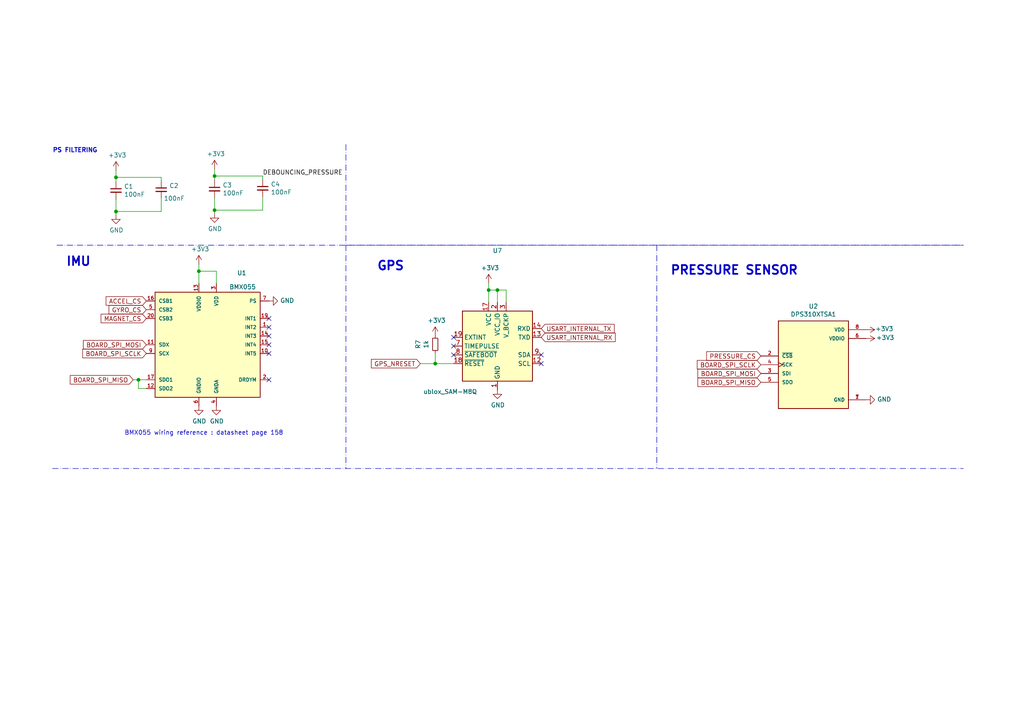
<source format=kicad_sch>
(kicad_sch (version 20230121) (generator eeschema)
  (paper "A4")
  (lib_symbols
    (symbol "0_fcs-rescue:BMX055-Sensor_Magnetic" (pin_names (offset 1.016))
      (property "Reference" "U" (at -15.24 17.78 0))
      (property "Value" "Sensor_Magnetic_BMX055" (at -15.2654 -17.8054 0))
      (symbol "BMX055-Sensor_Magnetic_0_0"
        (rectangle (start -15.24 -15.24) (end 15.24 15.24) (stroke (width 0.254)) (fill (type background)))
        (pin bidirectional line (at 17.78 5.08 180) (length 2.54) (name "INT2") (number "1"))
        (pin bidirectional line (at 17.78 -2.54 180) (length 2.54) (name "INT5") (number "10"))
        (pin bidirectional line (at -17.78 0 0) (length 2.54) (name "SDX") (number "11"))
        (pin bidirectional line (at -17.78 -12.7 0) (length 2.54) (name "SDO2") (number "12"))
        (pin bidirectional line (at -2.54 17.78 270) (length 2.54) (name "VDDIO") (number "13"))
        (pin bidirectional line (at 17.78 2.54 180) (length 2.54) (name "INT3") (number "14"))
        (pin bidirectional line (at 17.78 0 180) (length 2.54) (name "INT4") (number "15"))
        (pin bidirectional line (at -17.78 12.7 0) (length 2.54) (name "CSB1") (number "16"))
        (pin bidirectional line (at -17.78 -10.16 0) (length 2.54) (name "SDO1") (number "17"))
        (pin bidirectional line (at 17.78 7.62 180) (length 2.54) (name "INT1") (number "19"))
        (pin bidirectional line (at 17.78 -10.16 180) (length 2.54) (name "DRDYM") (number "2"))
        (pin bidirectional line (at -17.78 7.62 0) (length 2.54) (name "CSB3") (number "20"))
        (pin bidirectional line (at 2.54 17.78 270) (length 2.54) (name "VDD") (number "3"))
        (pin bidirectional line (at 2.54 -17.78 90) (length 2.54) (name "GNDA") (number "4"))
        (pin bidirectional line (at -17.78 10.16 0) (length 2.54) (name "CSB2") (number "5"))
        (pin bidirectional line (at -2.54 -17.78 90) (length 2.54) (name "GNDIO") (number "6"))
        (pin bidirectional line (at 17.78 12.7 180) (length 2.54) (name "PS") (number "7"))
        (pin bidirectional line (at -17.78 -2.54 0) (length 2.54) (name "SCX") (number "9"))
      )
    )
    (symbol "0_fcs-rescue:DPS310XTSA1-Sensor_Pressure" (pin_names (offset 1.016))
      (property "Reference" "U" (at -10.16 13.97 0))
      (property "Value" "Sensor_Pressure_DPS310XTSA1" (at -10.16 -13.97 0))
      (symbol "DPS310XTSA1-Sensor_Pressure_0_0"
        (rectangle (start -10.16 -12.7) (end 10.16 12.7) (stroke (width 0.254)) (fill (type background)))
        (pin power_in line (at 15.24 -10.16 180) (length 5.08) (name "GND") (number "1"))
        (pin input line (at -15.24 2.54 0) (length 5.08) (name "~{CSB}") (number "2"))
        (pin bidirectional line (at -15.24 -2.54 0) (length 5.08) (name "SDI") (number "3"))
        (pin input clock (at -15.24 0 0) (length 5.08) (name "SCK") (number "4"))
        (pin output line (at -15.24 -5.08 0) (length 5.08) (name "SDO") (number "5"))
        (pin power_in line (at 15.24 7.62 180) (length 5.08) (name "VDDIO") (number "6"))
        (pin power_in line (at 15.24 -10.16 180) (length 5.08) (name "GND") (number "7"))
        (pin power_in line (at 15.24 10.16 180) (length 5.08) (name "VDD") (number "8"))
      )
    )
    (symbol "0_fcs-rescue:ublox_SAM-M8Q-RF_GPS"
      (property "Reference" "U" (at -8.89 11.43 0))
      (property "Value" "RF_GPS_ublox_SAM-M8Q" (at 11.43 11.43 0))
      (symbol "ublox_SAM-M8Q-RF_GPS_0_1"
        (rectangle (start -10.16 10.16) (end 10.16 -10.16) (stroke (width 0.254)) (fill (type background)))
      )
      (symbol "ublox_SAM-M8Q-RF_GPS_1_1"
        (pin power_in line (at 0 -12.7 90) (length 2.54) (name "GND") (number "1"))
        (pin passive line (at 0 -12.7 90) (length 2.54) hide (name "GND") (number "10"))
        (pin passive line (at 0 -12.7 90) (length 2.54) hide (name "GND") (number "11"))
        (pin input line (at 12.7 -5.08 180) (length 2.54) (name "SCL") (number "12"))
        (pin output line (at 12.7 2.54 180) (length 2.54) (name "TXD") (number "13"))
        (pin input line (at 12.7 5.08 180) (length 2.54) (name "RXD") (number "14"))
        (pin passive line (at 0 -12.7 90) (length 2.54) hide (name "GND") (number "15"))
        (pin passive line (at 0 -12.7 90) (length 2.54) hide (name "GND") (number "16"))
        (pin power_in line (at -2.54 12.7 270) (length 2.54) (name "VCC") (number "17"))
        (pin input line (at -12.7 -5.08 0) (length 2.54) (name "~{RESET}") (number "18"))
        (pin input line (at -12.7 2.54 0) (length 2.54) (name "EXTINT") (number "19"))
        (pin power_in line (at 0 12.7 270) (length 2.54) (name "VCC_IO") (number "2"))
        (pin passive line (at 0 -12.7 90) (length 2.54) hide (name "GND") (number "20"))
        (pin power_in line (at 2.54 12.7 270) (length 2.54) (name "V_BCKP") (number "3"))
        (pin passive line (at 0 -12.7 90) (length 2.54) hide (name "GND") (number "4"))
        (pin passive line (at 0 -12.7 90) (length 2.54) hide (name "GND") (number "5"))
        (pin passive line (at 0 -12.7 90) (length 2.54) hide (name "GND") (number "6"))
        (pin output line (at -12.7 0 0) (length 2.54) (name "TIMEPULSE") (number "7"))
        (pin input line (at -12.7 -2.54 0) (length 2.54) (name "~{SAFEBOOT}") (number "8"))
        (pin bidirectional line (at 12.7 -2.54 180) (length 2.54) (name "SDA") (number "9"))
      )
    )
    (symbol "Device:C_Small" (pin_numbers hide) (pin_names (offset 0.254) hide)
      (property "Reference" "C" (at 0.254 1.778 0))
      (property "Value" "C_Small" (at 0.254 -2.032 0))
      (symbol "C_Small_0_1"
        (polyline (pts (xy -1.524 -0.508) (xy 1.524 -0.508)) (stroke (width 0.3302)))
        (polyline (pts (xy -1.524 0.508) (xy 1.524 0.508)) (stroke (width 0.3048)))
      )
      (symbol "C_Small_1_1"
        (pin passive line (at 0 2.54 270) (length 2.032) (name "~") (number "1"))
        (pin passive line (at 0 -2.54 90) (length 2.032) (name "~") (number "2"))
      )
    )
    (symbol "Device:R_Small" (pin_numbers hide) (pin_names (offset 0.254) hide)
      (property "Reference" "R" (at 0.762 0.508 0))
      (property "Value" "R_Small" (at 0.762 -1.016 0))
      (symbol "R_Small_0_1"
        (rectangle (start -0.762 1.778) (end 0.762 -1.778) (stroke (width 0.2032)))
      )
      (symbol "R_Small_1_1"
        (pin passive line (at 0 2.54 270) (length 0.762) (name "~") (number "1"))
        (pin passive line (at 0 -2.54 90) (length 0.762) (name "~") (number "2"))
      )
    )
    (symbol "power:+3V3" (power) (pin_names (offset 0))
      (property "Value" "+3V3" (at 0 3.556 0))
      (symbol "+3V3_0_1"
        (polyline (pts (xy -0.762 1.27) (xy 0 2.54)))
        (polyline (pts (xy 0 0) (xy 0 2.54)))
        (polyline (pts (xy 0 2.54) (xy 0.762 1.27)))
      )
      (symbol "+3V3_1_1"
        (pin power_in line (at 0 0 90) (length 0) hide (name "+3V3") (number "1"))
      )
    )
    (symbol "power:GND" (power) (pin_names (offset 0))
      (property "Value" "GND" (at 0 -3.81 0))
      (symbol "GND_0_1"
        (polyline (pts (xy 0 0) (xy 0 -1.27) (xy 1.27 -1.27) (xy 0 -2.54) (xy -1.27 -1.27) (xy 0 -1.27)))
      )
      (symbol "GND_1_1"
        (pin power_in line (at 0 0 270) (length 0) hide (name "GND") (number "1"))
      )
    )
  )
  (junction (at 62.23 51.054))
  (junction (at 126.2394 105.4669))
  (junction (at 144.2734 84.1309))
  (junction (at 141.7334 84.1309))
  (junction (at 40.1525 110.1532))
  (junction (at 33.6371 51.4401))
  (junction (at 33.6371 61.3461))
  (junction (at 62.23 60.96))
  (junction (at 57.6785 78.6572))
  (no_connect (at 77.9985 97.4532))
  (no_connect (at 156.9734 105.4669))
  (no_connect (at 156.9734 102.9269))
  (no_connect (at 77.9985 94.9132))
  (no_connect (at 131.5734 97.8469))
  (no_connect (at 77.9985 102.5332))
  (no_connect (at 131.5734 102.9269))
  (no_connect (at 77.9985 99.9932))
  (no_connect (at 77.9985 92.3732))
  (no_connect (at 77.9985 110.1532))
  (no_connect (at 131.5734 100.3869))
  (wire (pts (xy 146.8134 87.6869) (xy 146.8134 84.1309)))
  (wire (pts (xy 46.7651 61.3461) (xy 46.7651 57.5677)))
  (wire (pts (xy 46.7651 52.4877) (xy 46.7651 51.4401)))
  (wire (pts (xy 144.2734 84.1309) (xy 141.7334 84.1309)))
  (wire (pts (xy 76.2 52.07) (xy 76.2 51.054)))
  (wire (pts (xy 126.2394 105.4669) (xy 126.2394 102.4189)))
  (wire (pts (xy 62.23 51.054) (xy 62.23 52.324)))
  (polyline (pts (xy 100.33 71.12) (xy 100.33 135.89)) (stroke (width 0) (type dash_dot)))
  (wire (pts (xy 33.6371 62.3621) (xy 33.6371 61.3461)))
  (wire (pts (xy 33.6371 57.7901) (xy 33.6371 61.3461)))
  (wire (pts (xy 146.8134 84.1309) (xy 144.2734 84.1309)))
  (wire (pts (xy 33.6371 61.3461) (xy 46.7651 61.3461)))
  (polyline (pts (xy 16.51 71.12) (xy 279.4 71.12)) (stroke (width 0) (type dash_dot)))
  (polyline (pts (xy 100.33 41.91) (xy 100.33 71.12)) (stroke (width 0) (type dash_dot)))
  (wire (pts (xy 57.6785 82.2132) (xy 57.6785 78.6572)))
  (wire (pts (xy 57.6785 78.6572) (xy 57.6785 76.6252)))
  (wire (pts (xy 62.23 57.404) (xy 62.23 60.96)))
  (wire (pts (xy 42.4385 112.6932) (xy 40.1525 112.6932)))
  (wire (pts (xy 126.2394 105.4669) (xy 131.5734 105.4669)))
  (wire (pts (xy 141.7334 84.1309) (xy 141.7334 82.0989)))
  (wire (pts (xy 40.1525 110.1532) (xy 42.4385 110.1532)))
  (wire (pts (xy 33.6371 49.4081) (xy 33.6371 51.4401)))
  (wire (pts (xy 141.7334 87.6869) (xy 141.7334 84.1309)))
  (wire (pts (xy 38.6285 110.1532) (xy 40.1525 110.1532)))
  (wire (pts (xy 144.2734 87.6869) (xy 144.2734 84.1309)))
  (wire (pts (xy 62.7585 82.2132) (xy 62.7585 78.6572)))
  (wire (pts (xy 40.1525 112.6932) (xy 40.1525 110.1532)))
  (polyline (pts (xy 15.24 135.89) (xy 279.4 135.89)) (stroke (width 0) (type dash_dot)))
  (polyline (pts (xy 100.33 71.12) (xy 279.4 71.12)) (stroke (width 0) (type dash_dot)))
  (wire (pts (xy 62.7585 78.6572) (xy 57.6785 78.6572)))
  (wire (pts (xy 62.23 61.976) (xy 62.23 60.96)))
  (wire (pts (xy 62.23 49.022) (xy 62.23 51.054)))
  (wire (pts (xy 121.9214 105.4669) (xy 126.2394 105.4669)))
  (wire (pts (xy 76.2 51.054) (xy 62.23 51.054)))
  (wire (pts (xy 33.6371 51.4401) (xy 33.6371 52.7101)))
  (wire (pts (xy 62.23 60.96) (xy 76.2 60.96)))
  (polyline (pts (xy 190.5 71.12) (xy 190.5 135.89)) (stroke (width 0) (type dash_dot)))
  (wire (pts (xy 46.7651 51.4401) (xy 33.6371 51.4401)))
  (wire (pts (xy 76.2 60.96) (xy 76.2 57.15)))
  (text "PRESSURE SENSOR" (at 194.31 80.01 0) (effects (font (size 2.54 2.54) bold) (justify left bottom)))
  (text "PS FILTERING" (at 15.24 44.45 0) (effects (font (size 1.27 1.27) bold) (justify left bottom)))
  (text "BMX055 wiring reference : datasheet page 158\n" (at 36.0885 126.4092 0) (effects (font (size 1.27 1.27)) (justify left bottom)))
  (text "IMU" (at 19.05 77.47 0) (effects (font (size 2.54 2.54) bold) (justify left bottom)))
  (text "GPS\n" (at 109.22 78.74 0) (effects (font (size 2.54 2.54) bold) (justify left bottom)))
  (label "DEBOUNCING_PRESSURE" (at 76.2 51.054 0))
  (global_label "PRESSURE_CS" (shape input) (at 220.6776 103.2525 180) (property "Intersheetrefs" "${INTERSHEET_REFS}" (effects hide)))
  (global_label "BOARD_SPI_MOSI" (shape input) (at 220.6776 108.3325 180) (property "Intersheetrefs" "${INTERSHEET_REFS}" (effects hide)))
  (global_label "USART_INTERNAL_RX" (shape input) (at 156.9734 97.8469 0) (property "Intersheetrefs" "${INTERSHEET_REFS}" (effects hide)))
  (global_label "GPS_NRESET" (shape input) (at 121.9214 105.4669 180) (property "Intersheetrefs" "${INTERSHEET_REFS}" (effects hide)))
  (global_label "BOARD_SPI_SCLK" (shape input) (at 220.6776 105.7925 180) (property "Intersheetrefs" "${INTERSHEET_REFS}" (effects hide)))
  (global_label "USART_INTERNAL_TX" (shape input) (at 156.9734 95.3069 0) (property "Intersheetrefs" "${INTERSHEET_REFS}" (effects hide)))
  (global_label "GYRO_CS" (shape input) (at 42.4385 89.8332 180) (property "Intersheetrefs" "${INTERSHEET_REFS}" (effects hide)))
  (global_label "BOARD_SPI_MOSI" (shape input) (at 42.4385 99.9932 180) (property "Intersheetrefs" "${INTERSHEET_REFS}" (effects hide)))
  (global_label "BOARD_SPI_SCLK" (shape input) (at 42.4385 102.5332 180) (property "Intersheetrefs" "${INTERSHEET_REFS}" (effects hide)))
  (global_label "BOARD_SPI_MISO" (shape input) (at 220.6776 110.8725 180) (property "Intersheetrefs" "${INTERSHEET_REFS}" (effects hide)))
  (global_label "ACCEL_CS" (shape input) (at 42.4385 87.2932 180) (property "Intersheetrefs" "${INTERSHEET_REFS}" (effects hide)))
  (global_label "MAGNET_CS" (shape input) (at 42.4385 92.3732 180) (property "Intersheetrefs" "${INTERSHEET_REFS}" (effects hide)))
  (global_label "BOARD_SPI_MISO" (shape input) (at 38.6285 110.1532 180) (property "Intersheetrefs" "${INTERSHEET_REFS}" (effects hide)))
  (symbol (lib_id "0_fcs-rescue:BMX055-Sensor_Magnetic") (at 60.2185 99.9932 0) (unit 1)
    (property "Reference" "U1" (at 70.1245 79.1652 0))
    (property "Value" "BMX055" (at 70.3785 83.2292 0))
    (property "Footprint" "Sensor:BMX055" (effects hide))
  )
  (symbol (lib_id "0_fcs-rescue:DPS310XTSA1-Sensor_Pressure") (at 235.9176 105.7925 0) (unit 1)
    (property "Reference" "U2" (at 235.9176 88.8507 0))
    (property "Value" "DPS310XTSA1" (at 235.9176 91.1621 0))
    (property "Footprint" "Sensor:XDCR_DPS310XTSA1" (effects hide))
    (property "DESCRIPTION" "Supply voltage range 1.7V to 3.6V | Operation range 300hPa 1200hPa | Sensors precision 0.005hPa | Relative accuracy 0.06hPa | Pressure temperature sensitivity of 0.5Pa/K | Temperature accuracy 0.5C" (effects hide))
    (property "AVAILABILITY" "Unavailable" (effects hide))
    (property "MP" "DPS310XTSA1" (effects hide))
    (property "PRICE" "None" (effects hide))
    (property "MF" "Infineon" (effects hide))
    (property "PACKAGE" "LGA-8 Infineon" (effects hide))
  )
  (symbol (lib_id "Device:C_Small") (at 76.2 54.61 0) (unit 1)
    (property "Reference" "C4" (at 78.5368 53.4416 0) (effects (justify left)))
    (property "Value" "100nF" (at 78.5368 55.753 0) (effects (justify left)))
    (property "Footprint" "Capacitor_SMD:C_0603_1608Metric" (effects hide))
  )
  (symbol (lib_id "Device:C_Small") (at 62.23 54.864 0) (unit 1)
    (property "Reference" "C3" (at 64.5668 53.6956 0) (effects (justify left)))
    (property "Value" "100nF" (at 64.5668 56.007 0) (effects (justify left)))
    (property "Footprint" "Capacitor_SMD:C_0603_1608Metric" (effects hide))
  )
  (symbol (lib_id "power:+3V3") (at 62.23 49.022 0) (unit 1)
    (property "Reference" "#PWR022" (effects hide))
    (property "Value" "+3V3" (at 62.611 44.6278 0))
  )
  (symbol (lib_id "power:GND") (at 62.23 61.976 0) (unit 1)
    (property "Reference" "#PWR023" (effects hide))
    (property "Value" "GND" (at 62.357 66.3702 0))
  )
  (symbol (lib_id "power:+3V3") (at 251.1576 95.6325 270) (unit 1)
    (property "Reference" "#PWR019" (effects hide))
    (property "Value" "+3V3" (at 256.4916 95.3785 90))
  )
  (symbol (lib_id "power:+3V3") (at 251.1576 98.1725 270) (unit 1)
    (property "Reference" "#PWR020" (effects hide))
    (property "Value" "+3V3" (at 256.7456 97.9185 90))
  )
  (symbol (lib_id "power:GND") (at 251.1576 115.9525 90) (unit 1)
    (property "Reference" "#PWR021" (effects hide))
    (property "Value" "GND" (at 254.4088 115.8255 90) (effects (justify right)))
  )
  (symbol (lib_id "Device:C_Small") (at 46.7651 55.0277 0) (unit 1)
    (property "Reference" "C2" (at 49.1019 53.8593 0) (effects (justify left)))
    (property "Value" "100nF" (at 47.4982 57.5413 0) (effects (justify left)))
    (property "Footprint" "Capacitor_SMD:C_0603_1608Metric" (effects hide))
  )
  (symbol (lib_id "Device:C_Small") (at 33.6371 55.2501 0) (unit 1)
    (property "Reference" "C1" (at 35.9739 54.0817 0) (effects (justify left)))
    (property "Value" "100nF" (at 35.9739 56.3931 0) (effects (justify left)))
    (property "Footprint" "Capacitor_SMD:C_0603_1608Metric" (effects hide))
  )
  (symbol (lib_id "power:+3V3") (at 33.6371 49.4081 0) (unit 1)
    (property "Reference" "#PWR013" (effects hide))
    (property "Value" "+3V3" (at 34.0181 45.0139 0))
  )
  (symbol (lib_id "power:GND") (at 33.6371 62.3621 0) (unit 1)
    (property "Reference" "#PWR014" (effects hide))
    (property "Value" "GND" (at 33.7641 66.7563 0))
  )
  (symbol (lib_id "power:+3V3") (at 57.6785 76.6252 0) (unit 1)
    (property "Reference" "#PWR015" (effects hide))
    (property "Value" "+3V3" (at 58.0595 72.231 0))
  )
  (symbol (lib_id "power:GND") (at 57.6785 117.7732 0) (unit 1)
    (property "Reference" "#PWR016" (effects hide))
    (property "Value" "GND" (at 57.8055 122.1674 0))
  )
  (symbol (lib_id "power:GND") (at 62.7585 117.7732 0) (unit 1)
    (property "Reference" "#PWR017" (effects hide))
    (property "Value" "GND" (at 62.8855 122.1674 0))
  )
  (symbol (lib_id "power:GND") (at 77.9985 87.2932 90) (unit 1)
    (property "Reference" "#PWR018" (effects hide))
    (property "Value" "GND" (at 81.2497 87.1662 90) (effects (justify right)))
  )
  (symbol (lib_id "power:+3V3") (at 126.2394 97.3389 0) (unit 1)
    (property "Reference" "#PWR0105" (effects hide))
    (property "Value" "+3V3" (at 126.6204 92.9447 0))
  )
  (symbol (lib_id "0_fcs-rescue:ublox_SAM-M8Q-RF_GPS") (at 144.2734 100.3869 0) (unit 1)
    (property "Reference" "U7" (at 144.2734 72.7009 0))
    (property "Value" "ublox_SAM-M8Q" (at 130.5574 113.5949 0))
    (property "Footprint" "RF_GPS:ublox_SAM-M8Q" (effects hide))
    (property "Datasheet" "https://www.u-blox.com/sites/default/files/SAM-M8Q_DataSheet_%28UBX-16012619%29.pdf" (effects hide))
  )
  (symbol (lib_id "power:+3V3") (at 141.7334 82.0989 0) (unit 1)
    (property "Reference" "#PWR0101" (effects hide))
    (property "Value" "+3V3" (at 142.1144 77.7047 0))
  )
  (symbol (lib_id "power:GND") (at 144.2734 113.0869 0) (unit 1)
    (property "Reference" "#PWR0102" (effects hide))
    (property "Value" "GND" (at 144.4004 117.4811 0))
  )
  (symbol (lib_id "Device:R_Small") (at 126.2394 99.8789 180) (unit 1)
    (property "Reference" "R7" (at 121.261 99.8789 90))
    (property "Value" "1k" (at 123.5724 99.8789 90))
    (property "Footprint" "Resistor_SMD:R_0603_1608Metric" (effects hide))
  )
)
</source>
